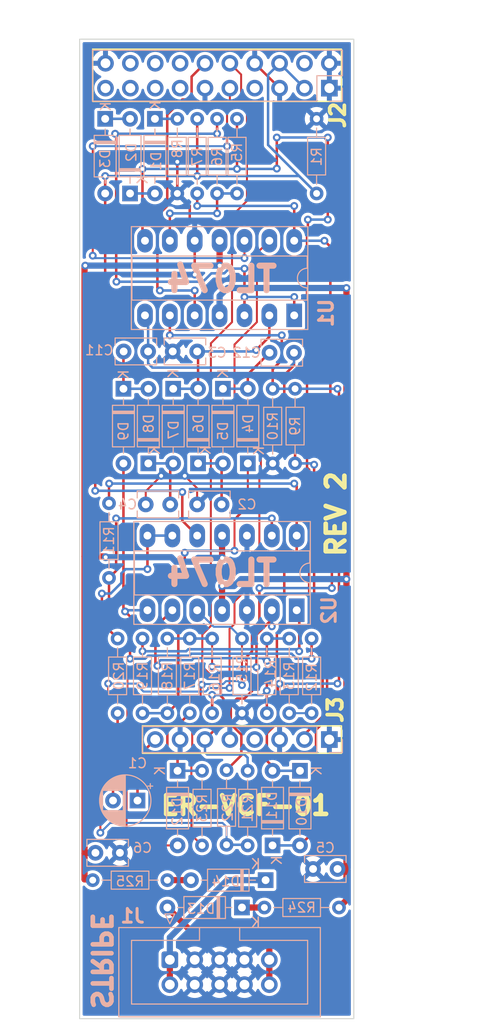
<source format=kicad_pcb>
(kicad_pcb (version 20211014) (generator pcbnew)
  (title_block (title "ER-VCF-01-DB") (date "2022-12-04") (rev "2"))
  (layers (0 "F.Cu" signal) (31 "B.Cu" signal) (34 "B.Paste" user) (35 "F.Paste" user) (36 "B.SilkS" user "B.Silkscreen") (37 "F.SilkS" user "F.Silkscreen") (38 "B.Mask" user) (39 "F.Mask" user) (44 "Edge.Cuts" user))
  (net 0 "")
  (net 1 "/J1-T")
  (net 2 "Net-(C1-Pad2)")
  (net 3 "Net-(C2-Pad1)")
  (net 4 "GND")
  (net 5 "Net-(C3-Pad1)")
  (net 6 "Net-(C4-Pad1)")
  (net 7 "Net-(C11-Pad1)")
  (net 8 "Net-(C11-Pad2)")
  (net 9 "Net-(C12-Pad2)")
  (net 10 "Net-(D1-Pad1)")
  (net 11 "Net-(D1-Pad2)")
  (net 12 "Net-(D2-Pad2)")
  (net 13 "/CV")
  (net 14 "Net-(D4-Pad1)")
  (net 15 "Net-(D9-Pad2)")
  (net 16 "Net-(D10-Pad1)")
  (net 17 "Net-(D12-Pad2)")
  (net 18 "-12V")
  (net 19 "+12V")
  (net 20 "Net-(R6-Pad2)")
  (net 21 "/POT6-3")
  (net 22 "Net-(D13-Pad1)")
  (net 23 "/POT4-2")
  (net 24 "/POT2-2")
  (net 25 "/POT5-2")
  (net 26 "/POT5-3")
  (net 27 "Net-(D13-Pad2)")
  (net 28 "Net-(D14-Pad1)")
  (net 34 "/J4-T")
  (net 36 "/AUDIO")
  (net 37 "Net-(R5-Pad1)")
  (net 38 "Net-(R11-Pad1)")
  (net 39 "Net-(R12-Pad2)")
  (net 40 "Net-(R13-Pad1)")
  (net 41 "Net-(R19-Pad1)")
  (net 42 "Net-(R22-Pad2)")
  (net 43 "Net-(R16-Pad2)")
  (net 44 "Net-(R21-Pad2)")
  (net 45 "Net-(R15-Pad2)")
  (net 46 "Net-(D14-Pad2)")
  (net 47 "/J2-T")
  (net 48 "/J3-T")
  (net 49 "/POT4-3")
  (footprint "Resistor_THT:R_Axial_DIN0204_L3.6mm_D1.6mm_P7.62mm_Horizontal" (layer "B.Cu") (at 57.404 93.19 -90)
    (fp_text reference "R13")
    (fp_text value "33K")
  )
  (footprint "Connector_IDC:IDC-Header_2x05_P2.54mm_Vertical" (layer "B.Cu") (at 45.212 125.984 -90)
    (fp_text reference "J1")
    (fp_text value "ER-PWR-2X5")
  )
  (footprint "Resistor_THT:R_Axial_DIN0204_L3.6mm_D1.6mm_P7.62mm_Horizontal" (layer "B.Cu") (at 59.69 93.19 -90)
    (fp_text reference "R12")
    (fp_text value "2.2K")
  )
  (footprint "Capacitor_THT:C_Rect_L4.0mm_W2.5mm_P2.50mm" (layer "B.Cu") (at 42.993996 63.880009 180)
    (fp_text reference "C11")
    (fp_text value "1nF")
  )
  (footprint "Resistor_THT:R_Axial_DIN0204_L3.6mm_D1.6mm_P7.62mm_Horizontal" (layer "B.Cu") (at 52.578 100.81 90)
    (fp_text reference "R15")
    (fp_text value "33K")
  )
  (footprint "Connector_PinHeader_2.54mm:PinHeader_2x10_P2.54mm_Vertical" (layer "B.Cu") (at 61.500004 37.000002 90)
    (fp_text reference "J2")
    (fp_text value "PROTO01_POTS")
  )
  (footprint "Diode_THT:D_DO-35_SOD27_P7.62mm_Horizontal" (layer "B.Cu") (at 43.688 40.132 -90)
    (fp_text reference "D1")
    (fp_text value "1N4148")
  )
  (footprint "Capacitor_THT:C_Rect_L4.0mm_W2.5mm_P2.50mm" (layer "B.Cu") (at 40.112 115.062 180)
    (fp_text reference "C6")
    (fp_text value "0.1uF")
  )
  (footprint "Resistor_THT:R_Axial_DIN0204_L3.6mm_D1.6mm_P7.62mm_Horizontal" (layer "B.Cu") (at 39 87 90)
    (fp_text reference "R11")
    (fp_text value "1K")
  )
  (footprint "Capacitor_THT:C_Rect_L4.0mm_W2.5mm_P2.50mm" (layer "B.Cu") (at 62.337 116.713 180)
    (fp_text reference "C5")
    (fp_text value "0.1uF")
  )
  (footprint "Resistor_THT:R_Axial_DIN0204_L3.6mm_D1.6mm_P7.62mm_Horizontal" (layer "B.Cu") (at 53.158 106.69 -90)
    (fp_text reference "R21")
    (fp_text value "100K")
  )
  (footprint "Resistor_THT:R_Axial_DIN0204_L3.6mm_D1.6mm_P7.62mm_Horizontal" (layer "B.Cu") (at 60.198 40.132 -90)
    (fp_text reference "R1")
    (fp_text value "10K")
  )
  (footprint "Diode_THT:D_DO-35_SOD27_P7.62mm_Horizontal" (layer "B.Cu") (at 38.608 40.132 -90)
    (fp_text reference "D3")
    (fp_text value "1N4148")
  )
  (footprint "Diode_THT:D_DO-35_SOD27_P7.62mm_Horizontal" (layer "B.Cu") (at 54.991 117.856 180)
    (fp_text reference "D14")
    (fp_text value "1N5718")
  )
  (footprint "Diode_THT:D_DO-35_SOD27_P7.62mm_Horizontal" (layer "B.Cu") (at 40.474 67.69 -90)
    (fp_text reference "D9")
    (fp_text value "1N4148")
  )
  (footprint "Diode_THT:D_DO-35_SOD27_P7.62mm_Horizontal" (layer "B.Cu") (at 45.554 67.69 -90)
    (fp_text reference "D7")
    (fp_text value "1N4148")
  )
  (footprint "Resistor_THT:R_Axial_DIN0204_L3.6mm_D1.6mm_P7.62mm_Horizontal" (layer "B.Cu") (at 52.07 47.752 90)
    (fp_text reference "R5")
    (fp_text value "47K")
  )
  (footprint "Resistor_THT:R_Axial_DIN0204_L3.6mm_D1.6mm_P7.62mm_Horizontal" (layer "B.Cu") (at 51 114.244 90)
    (fp_text reference "R22")
    (fp_text value "100K")
  )
  (footprint "Capacitor_THT:C_Rect_L4.0mm_W2.5mm_P2.50mm" (layer "B.Cu") (at 57.89201 64.008 180)
    (fp_text reference "C12")
    (fp_text value "1nF")
  )
  (footprint "Resistor_THT:R_Axial_DIN0204_L3.6mm_D1.6mm_P7.62mm_Horizontal" (layer "B.Cu") (at 55.118 100.81 90)
    (fp_text reference "R14")
    (fp_text value "33K")
  )
  (footprint "Diode_THT:D_DO-35_SOD27_P7.62mm_Horizontal" (layer "B.Cu") (at 58.5 106.69 -90)
    (fp_text reference "D10")
    (fp_text value "1N4148")
  )
  (footprint "Resistor_THT:R_Axial_DIN0204_L3.6mm_D1.6mm_P7.62mm_Horizontal" (layer "B.Cu") (at 44.958 93.19 -90)
    (fp_text reference "R18")
    (fp_text value "33K")
  )
  (footprint "Diode_THT:D_DO-35_SOD27_P7.62mm_Horizontal" (layer "B.Cu") (at 43.014 75.31 90)
    (fp_text reference "D8")
    (fp_text value "1N4148")
  )
  (footprint "Diode_THT:D_DO-35_SOD27_P7.62mm_Horizontal" (layer "B.Cu") (at 55.698 114.31 90)
    (fp_text reference "D11")
    (fp_text value "1N4148")
  )
  (footprint "Resistor_THT:R_Axial_DIN0204_L3.6mm_D1.6mm_P7.62mm_Horizontal" (layer "B.Cu") (at 50.038 47.752 90)
    (fp_text reference "R6")
    (fp_text value "1K")
  )
  (footprint "Capacitor_THT:C_Rect_L4.0mm_W2.5mm_P2.50mm" (layer "B.Cu") (at 50.500001 79.499993 180)
    (fp_text reference "C4")
    (fp_text value "1nF")
  )
  (footprint "Resistor_THT:R_Axial_DIN0204_L3.6mm_D1.6mm_P7.62mm_Horizontal" (layer "B.Cu") (at 48.006 47.752 90)
    (fp_text reference "R7")
    (fp_text value "100K")
  )
  (footprint "Capacitor_THT:C_Rect_L4.0mm_W2.5mm_P2.50mm" (layer "B.Cu") (at 48.006 63.880009 180)
    (fp_text reference "C3")
    (fp_text value "1nF")
  )
  (footprint "Diode_THT:D_DO-35_SOD27_P7.62mm_Horizontal" (layer "B.Cu") (at 52.578 120.65 180)
    (fp_text reference "D13")
    (fp_text value "1N5718")
  )
  (footprint "Capacitor_THT:CP_Radial_D5.0mm_P2.50mm" (layer "B.Cu") (at 41.91 109.728 180)
    (fp_text reference "C1")
    (fp_text value "1uF")
  )
  (footprint "Resistor_THT:R_Axial_DIN0204_L3.6mm_D1.6mm_P7.62mm_Horizontal" (layer "B.Cu") (at 42.418 93.19 -90)
    (fp_text reference "R19")
    (fp_text value "2.2K")
  )
  (footprint "Resistor_THT:R_Axial_DIN0204_L3.6mm_D1.6mm_P7.62mm_Horizontal" (layer "B.Cu") (at 49.53 100.81 90)
    (fp_text reference "R16")
    (fp_text value "33K")
  )
  (footprint "Diode_THT:D_DO-35_SOD27_P7.62mm_Horizontal" (layer "B.Cu") (at 50.634 67.69 -90)
    (fp_text reference "D5")
    (fp_text value "1N4148")
  )
  (footprint "Resistor_THT:R_Axial_DIN0204_L3.6mm_D1.6mm_P7.62mm_Horizontal" (layer "B.Cu") (at 54.864 120.65)
    (fp_text reference "R24")
    (fp_text value "10")
  )
  (footprint "Resistor_THT:R_Axial_DIN0204_L3.6mm_D1.6mm_P7.62mm_Horizontal" (layer "B.Cu") (at 58 75.31 90)
    (fp_text reference "R9")
    (fp_text value "10K")
  )
  (footprint "Resistor_THT:R_Axial_DIN0204_L3.6mm_D1.6mm_P7.62mm_Horizontal" (layer "B.Cu") (at 55.714 75.31 90)
    (fp_text reference "R10")
    (fp_text value "2.2K")
  )
  (footprint "Diode_THT:D_DO-35_SOD27_P7.62mm_Horizontal" (layer "B.Cu") (at 48.094 75.31 90)
    (fp_text reference "D6")
    (fp_text value "1N4148")
  )
  (footprint "Package_DIP:DIP-14_W7.62mm_Socket_LongPads" (layer "B.Cu") (at 57.912 60.198 90)
    (fp_text reference "U1")
    (fp_text value "TL074")
  )
  (footprint "Resistor_THT:R_Axial_DIN0204_L3.6mm_D1.6mm_P7.62mm_Horizontal" (layer "B.Cu") (at 39.878 100.81 90)
    (fp_text reference "R20")
    (fp_text value "100K")
  )
  (footprint "Diode_THT:D_DO-35_SOD27_P7.62mm_Horizontal" (layer "B.Cu") (at 46 106.69 -90)
    (fp_text reference "D12")
    (fp_text value "1N4148")
  )
  (footprint "Resistor_THT:R_Axial_DIN0204_L3.6mm_D1.6mm_P7.62mm_Horizontal" (layer "B.Cu") (at 45.974 47.752 90)
    (fp_text reference "R8")
    (fp_text value "1K")
  )
  (footprint "Resistor_THT:R_Axial_DIN0204_L3.6mm_D1.6mm_P7.62mm_Horizontal" (layer "B.Cu") (at 44.958 117.856 180)
    (fp_text reference "R25")
    (fp_text value "10")
  )
  (footprint "Capacitor_THT:C_Rect_L4.0mm_W2.5mm_P2.50mm" (layer "B.Cu") (at 45.249998 79.499993 180)
    (fp_text reference "C2")
    (fp_text value "1nF")
  )
  (footprint "Resistor_THT:R_Axial_DIN0204_L3.6mm_D1.6mm_P7.62mm_Horizontal" (layer "B.Cu") (at 48.5 106.69 -90)
    (fp_text reference "R23")
    (fp_text value "33K")
  )
  (footprint "Diode_THT:D_DO-35_SOD27_P7.62mm_Horizontal" (layer "B.Cu") (at 53.174 75.31 90)
    (fp_text reference "D4")
    (fp_text value "1N4148")
  )
  (footprint "Diode_THT:D_DO-35_SOD27_P7.62mm_Horizontal" (layer "B.Cu") (at 41.148 47.752 90)
    (fp_text reference "D2")
    (fp_text value "1N4148")
  )
  (footprint "Connector_PinHeader_2.54mm:PinHeader_1x08_P2.54mm_Vertical" (layer "B.Cu") (at 61.500004 103.499996 90)
    (fp_text reference "J3")
    (fp_text value "PROTO01_JACKS")
  )
  (footprint "Resistor_THT:R_Axial_DIN0204_L3.6mm_D1.6mm_P7.62mm_Horizontal" (layer "B.Cu") (at 47.244 100.81 90)
    (fp_text reference "R17")
    (fp_text value "33K")
  )
  (footprint "Package_DIP:DIP-14_W7.62mm_Socket_LongPads" (layer "B.Cu") (at 58.166 90.299997 90)
    (fp_text reference "U2")
    (fp_text value "TL074")
  )
  (gr_rect (start 37.338 33.02) (end 62.738 38.354) (layer "F.SilkS") (width 0.15) (fill none))
  (gr_rect (start 42.418 102.108) (end 62.738 104.902) (layer "F.SilkS") (width 0.15) (fill none))
  (gr_rect (start 36 32) (end 64 132) (layer "Edge.Cuts") (width 0.1) (fill none))
  (gr_text "TL074" (at 50.500001 56.499989) (layer "B.SilkS") (effects (font (size 2.5 2.5) (thickness 0.625)) (justify mirror)))
  (gr_text "TL074" (at 50.5 86.5) (layer "B.SilkS") (effects (font (size 2.5 2.5) (thickness 0.625)) (justify mirror)))
  (gr_text "STRIPE" (at 38.2016 126.0856 270) (layer "B.SilkS") (effects (font (size 1.905 1.905) (thickness 0.47625)) (justify mirror)))
  (gr_text "REV 2" (at 62.1792 80.4672 90) (layer "F.SilkS") (effects (font (size 1.905 1.905) (thickness 0.47625))))
  (gr_text "ER-VCF-01" (at 52.959 110.236) (layer "F.SilkS") (effects (font (size 1.905 1.905) (thickness 0.47625))))
  (segment (start 41.91 105.31) (end 41.91 109.728) (width 0.254) (layer "F.Cu") (net 1))
  (segment (start 43.72 103.5) (end 41.91 105.31) (width 0.254) (layer "F.Cu") (net 1))
  (segment (start 39.41 103.846) (end 39.878 103.378) (width 0.254) (layer "F.Cu") (net 2))
  (segment (start 39.41 109.728) (end 39.41 103.846) (width 0.254) (layer "F.Cu") (net 2))
  (segment (start 39.878 103.378) (end 39.878 100.81) (width 0.254) (layer "F.Cu") (net 2))
  (segment (start 45.249998 79.499993) (end 45.249998 75.614002) (width 0.254) (layer "F.Cu") (net 3))
  (segment (start 43.014 75.31) (end 45.554 75.31) (width 0.254) (layer "B.Cu") (net 3))
  (segment (start 42.749998 79.499993) (end 42.749998 78.154002) (width 0.2032) (layer "F.Cu") (net 4))
  (segment (start 47.752 52.578) (end 47.752 56.035) (width 0.254) (layer "F.Cu") (net 4))
  (segment (start 47.244 49.022) (end 47.244 50.292) (width 0.254) (layer "F.Cu") (net 4))
  (segment (start 42.749998 78.154002) (end 44.323 76.581) (width 0.2032) (layer "F.Cu") (net 4))
  (segment (start 45.974 47.752) (end 45.974 44.521) (width 0.254) (layer "F.Cu") (net 4))
  (segment (start 46.736 76.581) (end 48.000001 77.845001) (width 0.2032) (layer "F.Cu") (net 4))
  (segment (start 48.000001 77.845001) (end 48.000001 79.499993) (width 0.2032) (layer "F.Cu") (net 4))
  (segment (start 45.974 47.752) (end 47.244 49.022) (width 0.254) (layer "F.Cu") (net 4))
  (segment (start 53.880004 34.460002) (end 56.420004 37.000002) (width 0.254) (layer "F.Cu") (net 4))
  (segment (start 47.752 50.8) (end 47.244 50.292) (width 0.254) (layer "F.Cu") (net 4))
  (segment (start 47.752 52.578) (end 47.752 50.8) (width 0.254) (layer "F.Cu") (net 4))
  (via (at 45.974 44.521) (size 0.8) (drill 0.4) (layers "F.Cu" "B.Cu") (net 4))
  (via (at 44.323 76.581) (size 0.8) (drill 0.4) (layers "F.Cu" "B.Cu") (net 4))
  (via (at 46.736 76.581) (size 0.8) (drill 0.4) (layers "F.Cu" "B.Cu") (net 4))
  (via (at 47.752 56.035) (size 0.8) (drill 0.4) (layers "F.Cu" "B.Cu") (net 4))
  (segment (start 44.323 76.581) (end 46.736 76.581) (width 0.2032) (layer "B.Cu") (net 4))
  (segment (start 55.372 62.384504) (end 55.372 60.198) (width 0.254) (layer "F.Cu") (net 5))
  (segment (start 48.094 67.69) (end 48.094 63.968009) (width 0.254) (layer "F.Cu") (net 5))
  (segment (start 54.018872 63.737632) (end 55.372 62.384504) (width 0.254) (layer "F.Cu") (net 5))
  (via (at 54.018872 63.737632) (size 0.8) (drill 0.4) (layers "F.Cu" "B.Cu") (net 5))
  (segment (start 53.876495 63.880009) (end 54.018872 63.737632) (width 0.254) (layer "B.Cu") (net 5))
  (segment (start 45.554 67.69) (end 48.094 67.69) (width 0.254) (layer "B.Cu") (net 5))
  (segment (start 48.006 63.880009) (end 53.876495 63.880009) (width 0.254) (layer "B.Cu") (net 5))
  (segment (start 50.500001 79.499993) (end 50.500001 75.443999) (width 0.254) (layer "F.Cu") (net 6))
  (segment (start 50.634 75.31) (end 48.094 75.31) (width 0.254) (layer "B.Cu") (net 6))
  (segment (start 56.896 66.294) (end 57.89201 65.29799) (width 0.254) (layer "F.Cu") (net 7))
  (segment (start 58 73.24) (end 56.896 72.136) (width 0.254) (layer "F.Cu") (net 7))
  (segment (start 59.944 75.438) (end 59.944 90.805) (width 0.254) (layer "F.Cu") (net 7))
  (segment (start 61.26848 101.378498) (end 60.136511 102.510467) (width 0.254) (layer "F.Cu") (net 7))
  (segment (start 60.136511 102.510467) (end 60.136511 112.673489) (width 0.254) (layer "F.Cu") (net 7))
  (segment (start 60.136511 112.673489) (end 58.5 114.31) (width 0.254) (layer "F.Cu") (net 7))
  (segment (start 59.944 90.805) (end 61.26848 92.12948) (width 0.254) (layer "F.Cu") (net 7))
  (segment (start 58 75.31) (end 58 73.24) (width 0.254) (layer "F.Cu") (net 7))
  (segment (start 57.89201 65.29799) (end 57.89201 64.008) (width 0.254) (layer "F.Cu") (net 7))
  (segment (start 61.26848 92.12948) (end 61.26848 101.378498) (width 0.254) (layer "F.Cu") (net 7))
  (segment (start 56.896 72.136) (end 56.896 66.294) (width 0.254) (layer "F.Cu") (net 7))
  (via (at 59.944 75.438) (size 0.8) (drill 0.4) (layers "F.Cu" "B.Cu") (net 7))
  (segment (start 55.698 114.31) (end 58.5 114.31) (width 0.254) (layer "B.Cu") (net 7))
  (segment (start 58 75.31) (end 59.816 75.31) (width 0.254) (layer "B.Cu") (net 7))
  (segment (start 42.993996 65.091996) (end 43.434 65.532) (width 0.254) (layer "B.Cu") (net 7))
  (segment (start 43.434 65.532) (end 57.404 65.532) (width 0.254) (layer "B.Cu") (net 7))
  (segment (start 42.993996 63.880009) (end 42.993996 60.519996) (width 0.254) (layer "B.Cu") (net 7))
  (segment (start 57.89201 64.008) (end 57.89201 65.04399) (width 0.254) (layer "B.Cu") (net 7))
  (segment (start 42.993996 63.880009) (end 42.993996 65.091996) (width 0.254) (layer "B.Cu") (net 7))
  (segment (start 59.816 75.31) (end 59.944 75.438) (width 0.254) (layer "B.Cu") (net 7))
  (segment (start 57.89201 65.04399) (end 57.404 65.532) (width 0.254) (layer "B.Cu") (net 7))
  (segment (start 40.474 67.69) (end 40.474 63.900005) (width 0.254) (layer "F.Cu") (net 8))
  (segment (start 40.474 67.69) (end 43.014 67.69) (width 0.254) (layer "B.Cu") (net 8))
  (segment (start 53.174 66.22601) (end 55.39201 64.008) (width 0.254) (layer "F.Cu") (net 9))
  (segment (start 53.174 67.69) (end 53.174 66.22601) (width 0.254) (layer "F.Cu") (net 9))
  (segment (start 50.634 67.69) (end 53.174 67.69) (width 0.254) (layer "B.Cu") (net 9))
  (segment (start 43.688 40.132) (end 45.974 40.132) (width 0.254) (layer "B.Cu") (net 10))
  (segment (start 41.148 47.752) (end 43.688 47.752) (width 0.254) (layer "B.Cu") (net 11))
  (segment (start 38.608 40.132) (end 41.148 40.132) (width 0.254) (layer "B.Cu") (net 12))
  (segment (start 44.958 104.3432) (end 46 105.3852) (width 0.254) (layer "F.Cu") (net 13))
  (segment (start 46 105.3852) (end 46 106.69) (width 0.254) (layer "F.Cu") (net 13))
  (segment (start 44.958 102.616) (end 44.958 104.3432) (width 0.254) (layer "F.Cu") (net 13))
  (segment (start 45.96 102.094) (end 45.48 102.094) (width 0.254) (layer "F.Cu") (net 13))
  (segment (start 45.48 102.094) (end 44.958 102.616) (width 0.254) (layer "F.Cu") (net 13))
  (segment (start 47.244 100.81) (end 45.96 102.094) (width 0.254) (layer "F.Cu") (net 13))
  (segment (start 46 106.69) (end 48.5 106.69) (width 0.254) (layer "B.Cu") (net 13))
  (segment (start 46.736 91.672978) (end 46.0756 92.333378) (width 0.254) (layer "F.Cu") (net 14))
  (segment (start 52.451 80.391) (end 53.086 79.756) (width 0.254) (layer "F.Cu") (net 14))
  (segment (start 53.174 79.668) (end 52.451 80.391) (width 0.2032) (layer "F.Cu") (net 14))
  (segment (start 46.0756 99.6924) (end 44.958 100.81) (width 0.254) (layer "F.Cu") (net 14))
  (segment (start 53.174 75.31) (end 53.174 79.668) (width 0.2032) (layer "F.Cu") (net 14))
  (segment (start 52.0954 80.7466) (end 52.451 80.391) (width 0.254) (layer "F.Cu") (net 14))
  (segment (start 51.816 81.026) (end 52.0954 80.7466) (width 0.2032) (layer "F.Cu") (net 14))
  (segment (start 46.0756 92.333378) (end 46.0756 99.6924) (width 0.254) (layer "F.Cu") (net 14))
  (segment (start 51.816 84.2264) (end 51.816 81.026) (width 0.2032) (layer "F.Cu") (net 14))
  (segment (start 46.736 84.427) (end 46.736 91.672978) (width 0.254) (layer "F.Cu") (net 14))
  (via (at 46.736 84.427) (size 0.8) (drill 0.4) (layers "F.Cu" "B.Cu") (net 14))
  (via (at 51.816 84.2264) (size 0.8) (drill 0.4) (layers "F.Cu" "B.Cu") (net 14))
  (segment (start 42.418 100.81) (end 44.958 100.81) (width 0.254) (layer "B.Cu") (net 14))
  (segment (start 51.816 84.2264) (end 46.9366 84.2264) (width 0.2032) (layer "B.Cu") (net 14))
  (segment (start 51.4604 84.2264) (end 46.9366 84.2264) (width 0.254) (layer "B.Cu") (net 14))
  (segment (start 46.9366 84.2264) (end 46.736 84.427) (width 0.2032) (layer "B.Cu") (net 14))
  (segment (start 41.148 90.932) (end 41.148 95.25) (width 0.254) (layer "F.Cu") (net 15))
  (segment (start 40.474 90.258) (end 40.64 90.424) (width 0.254) (layer "F.Cu") (net 15))
  (segment (start 40.64 90.424) (end 41.148 90.932) (width 0.254) (layer "F.Cu") (net 15))
  (segment (start 59.69 93.19) (end 59.69 95.25) (width 0.254) (layer "F.Cu") (net 15))
  (segment (start 40.474 75.31) (end 40.474 90.258) (width 0.254) (layer "F.Cu") (net 15))
  (via (at 40.64 90.424) (size 0.8) (drill 0.4) (layers "F.Cu" "B.Cu") (net 15))
  (via (at 41.148 95.25) (size 0.8) (drill 0.4) (layers "F.Cu" "B.Cu") (net 15))
  (via (at 59.69 95.25) (size 0.8) (drill 0.4) (layers "F.Cu" "B.Cu") (net 15))
  (segment (start 42.991923 94.94152) (end 47.19688 94.94152) (width 0.254) (layer "B.Cu") (net 15))
  (segment (start 41.148 95.25) (end 42.683443 95.25) (width 0.254) (layer "B.Cu") (net 15))
  (segment (start 58.0644 95.159843) (end 58.0644 95.25) (width 0.254) (layer "B.Cu") (net 15))
  (segment (start 47.19688 94.94152) (end 47.40008 94.73832) (width 0.254) (layer "B.Cu") (net 15))
  (segment (start 47.40008 94.73832) (end 57.642877 94.73832) (width 0.254) (layer "B.Cu") (net 15))
  (segment (start 40.764003 90.299997) (end 40.64 90.424) (width 0.254) (layer "B.Cu") (net 15))
  (segment (start 42.683443 95.25) (end 42.991923 94.94152) (width 0.254) (layer "B.Cu") (net 15))
  (segment (start 40.769997 90.299997) (end 40.764003 90.299997) (width 0.254) (layer "B.Cu") (net 15))
  (segment (start 57.642877 94.73832) (end 58.0644 95.159843) (width 0.254) (layer "B.Cu") (net 15))
  (segment (start 58.0644 95.25) (end 59.69 95.25) (width 0.254) (layer "B.Cu") (net 15))
  (segment (start 42.926 90.299997) (end 40.769997 90.299997) (width 0.254) (layer "B.Cu") (net 15))
  (segment (start 62.484 97.635) (end 62.484 67.846) (width 0.254) (layer "F.Cu") (net 16))
  (segment (start 55.714 67.69) (end 55.714 65.698) (width 0.254) (layer "F.Cu") (net 16))
  (segment (start 56.642 62.23) (end 56.642 64.77) (width 0.254) (layer "F.Cu") (net 16))
  (segment (start 55.118 105.664) (end 55.118 102.87) (width 0.254) (layer "F.Cu") (net 16))
  (segment (start 55.698 106.244) (end 55.118 105.664) (width 0.254) (layer "F.Cu") (net 16))
  (segment (start 45.212 60.198) (end 45.212 62.23) (width 0.254) (layer "F.Cu") (net 16))
  (segment (start 62.484 67.846) (end 62.329 67.691) (width 0.254) (layer "F.Cu") (net 16))
  (segment (start 62.329 97.79) (end 62.484 97.635) (width 0.254) (layer "F.Cu") (net 16))
  (segment (start 56.2356 101.7524) (end 56.2356 97.97485) (width 0.254) (layer "F.Cu") (net 16))
  (segment (start 56.2356 97.97485) (end 56.404225 97.806225) (width 0.254) (layer "F.Cu") (net 16))
  (segment (start 55.714 65.698) (end 56.642 64.77) (width 0.254) (layer "F.Cu") (net 16))
  (segment (start 55.118 102.87) (end 56.2356 101.7524) (width 0.254) (layer "F.Cu") (net 16))
  (via (at 62.329 97.79) (size 0.8) (drill 0.4) (layers "F.Cu" "B.Cu") (net 16))
  (via (at 56.404225 97.806225) (size 0.8) (drill 0.4) (layers "F.Cu" "B.Cu") (net 16))
  (via (at 62.329 67.691) (size 0.8) (drill 0.4) (layers "F.Cu" "B.Cu") (net 16))
  (via (at 45.212 62.23) (size 0.8) (drill 0.4) (layers "F.Cu" "B.Cu") (net 16))
  (via (at 56.642 62.23) (size 0.8) (drill 0.4) (layers "F.Cu" "B.Cu") (net 16))
  (segment (start 62.328 67.69) (end 62.329 67.691) (width 0.254) (layer "B.Cu") (net 16))
  (segment (start 56.404225 97.806225) (end 59.165775 97.806225) (width 0.254) (layer "B.Cu") (net 16))
  (segment (start 59.182 97.79) (end 62.329 97.79) (width 0.254) (layer "B.Cu") (net 16))
  (segment (start 59.165775 97.806225) (end 59.182 97.79) (width 0.254) (layer "B.Cu") (net 16))
  (segment (start 55.714 67.69) (end 58 67.69) (width 0.254) (layer "B.Cu") (net 16))
  (segment (start 55.698 106.69) (end 58.5 106.69) (width 0.254) (layer "B.Cu") (net 16))
  (segment (start 45.212 62.23) (end 56.642 62.23) (width 0.254) (layer "B.Cu") (net 16))
  (segment (start 58 67.69) (end 62.328 67.69) (width 0.254) (layer "B.Cu") (net 16))
  (segment (start 41.8692 114.31) (end 46 114.31) (width 0.2032) (layer "F.Cu") (net 17))
  (segment (start 38.1508 93.6752) (end 40.879111 96.403511) (width 0.2032) (layer "F.Cu") (net 17))
  (segment (start 40.879111 96.403511) (end 40.879111 108.556667) (width 0.2032) (layer "F.Cu") (net 17))
  (segment (start 40.879111 108.556667) (end 40.7924 108.643378) (width 0.2032) (layer "F.Cu") (net 17))
  (segment (start 38.1508 90.5764) (end 38.1508 93.6752) (width 0.2032) (layer "F.Cu") (net 17))
  (segment (start 38.2735 88.5952) (end 38.2735 90.4537) (width 0.254) (layer "F.Cu") (net 17))
  (segment (start 40.7924 113.2332) (end 41.8692 114.31) (width 0.2032) (layer "F.Cu") (net 17))
  (segment (start 38.2016 90.17) (end 37.7698 89.7382) (width 0.2032) (layer "F.Cu") (net 17))
  (segment (start 40.7924 108.643378) (end 40.7924 113.2332) (width 0.2032) (layer "F.Cu") (net 17))
  (segment (start 37.779889 89.748289) (end 38.1508 90.1192) (width 0.254) (layer "F.Cu") (net 17))
  (segment (start 42.926 82.679997) (end 42.926 86.106) (width 0.254) (layer "F.Cu") (net 17))
  (segment (start 38.1508 90.1192) (end 38.2016 90.17) (width 0.2032) (layer "F.Cu") (net 17))
  (segment (start 38.2735 90.4537) (end 38.1508 90.5764) (width 0.254) (layer "F.Cu") (net 17))
  (segment (start 38.1508 90.1192) (end 38.1508 90.5764) (width 0.2032) (layer "F.Cu") (net 17))
  (via (at 38.2735 88.5952) (size 0.8) (drill 0.4) (layers "F.Cu" "B.Cu") (net 17))
  (via (at 42.926 86.106) (size 0.8) (drill 0.4) (layers "F.Cu" "B.Cu") (net 17))
  (segment (start 38.2735 88.5952) (end 39.1668 88.5952) (width 0.254) (layer "B.Cu") (net 17))
  (segment (start 40.259 86.5378) (end 40.259 87.503) (width 0.254) (layer "B.Cu") (net 17))
  (segment (start 40.6908 86.106) (end 40.259 86.5378) (width 0.254) (layer "B.Cu") (net 17))
  (segment (start 40.259 87.503) (end 39.1668 88.5952) (width 0.254) (layer "B.Cu") (net 17))
  (segment (start 42.926 82.679997) (end 45.466 82.679997) (width 0.254) (layer "B.Cu") (net 17))
  (segment (start 42.926 86.106) (end 40.6908 86.106) (width 0.254) (layer "B.Cu") (net 17))
  (segment (start 50.546 82.679997) (end 50.546 85.09) (width 0.635) (layer "F.Cu") (net 18))
  (segment (start 36.5 84.8108) (end 36.5 55.194) (width 0.635) (layer "F.Cu") (net 18))
  (segment (start 36.576 115.062) (end 36.5 115.138) (width 0.635) (layer "F.Cu") (net 18))
  (segment (start 36.5 117.78) (end 36.5 115.138) (width 0.635) (layer "F.Cu") (net 18))
  (segment (start 37.262 117.78) (end 36.5 117.78) (width 0.635) (layer "F.Cu") (net 18))
  (segment (start 37.612 115.062) (end 36.576 115.062) (width 0.635) (layer "F.Cu") (net 18))
  (segment (start 50.292 55.118) (end 50.292 52.578) (width 0.635) (layer "F.Cu") (net 18))
  (segment (start 38.5828 84.8108) (end 38.6588 84.8868) (width 0.635) (layer "F.Cu") (net 18))
  (segment (start 36.5 115.138) (end 36.5 84.8108) (width 0.635) (layer "F.Cu") (net 18))
  (segment (start 36.5 84.8108) (end 38.5828 84.8108) (width 0.635) (layer "F.Cu") (net 18))
  (segment (start 36.5 55.194) (end 36.576 55.118) (width 0.635) (layer "F.Cu") (net 18))
  (via (at 50.292 55.118) (size 0.8) (drill 0.4) (layers "F.Cu" "B.Cu") (net 18))
  (via (at 38.6588 84.8868) (size 0.8) (drill 0.4) (layers "F.Cu" "B.Cu") (net 18))
  (via (at 50.546 84.9529) (size 0.8) (drill 0.4) (layers "F.Cu" "B.Cu") (net 18))
  (via (at 36.576 55.118) (size 0.8) (drill 0.4) (layers "F.Cu" "B.Cu") (net 18))
  (segment (start 36.576 55.118) (end 50.292 55.118) (width 0.635) (layer "B.Cu") (net 18))
  (segment (start 45.8216 85.344) (end 47.7012 85.344) (width 0.635) (layer "B.Cu") (net 18))
  (segment (start 48.0923 84.9529) (end 47.7012 85.344) (width 0.635) (layer "B.Cu") (net 18))
  (segment (start 45.8216 85.344) (end 45.3644 84.8868) (width 0.635) (layer "B.Cu") (net 18))
  (segment (start 50.546 84.9529) (end 48.0923 84.9529) (width 0.635) (layer "B.Cu") (net 18))
  (segment (start 38.6588 84.8868) (end 45.3644 84.8868) (width 0.635) (layer "B.Cu") (net 18))
  (segment (start 63.246 119.888) (end 62.484 120.65) (width 0.635) (layer "F.Cu") (net 19))
  (segment (start 63.246 87.122) (end 63.246 116.84) (width 0.635) (layer "F.Cu") (net 19))
  (segment (start 50.546 87.8332) (end 50.546 90.299997) (width 0.635) (layer "F.Cu") (net 19))
  (segment (start 63.246 116.84) (end 63.246 119.888) (width 0.635) (layer "F.Cu") (net 19))
  (segment (start 63.246 116.84) (end 62.464 116.84) (width 0.635) (layer "F.Cu") (net 19))
  (segment (start 63.246 87.122) (end 63.246 57.404) (width 0.635) (layer "F.Cu") (net 19))
  (via (at 63.246 57.404) (size 0.8) (drill 0.4) (layers "F.Cu" "B.Cu") (net 19))
  (via (at 50.546 87.8332) (size 0.8) (drill 0.4) (layers "F.Cu" "B.Cu") (net 19))
  (via (at 63.246 87.122) (size 0.8) (drill 0.4) (layers "F.Cu" "B.Cu") (net 19))
  (segment (start 52.4764 87.122) (end 51.7652 87.8332) (width 0.635) (layer "B.Cu") (net 19))
  (segment (start 51.1048 57.404) (end 63.246 57.404) (width 0.635) (layer "B.Cu") (net 19))
  (segment (start 51.7652 87.8332) (end 50.546 87.8332) (width 0.635) (layer "B.Cu") (net 19))
  (segment (start 51.1048 57.404) (end 50.292 58.2168) (width 0.635) (layer "B.Cu") (net 19))
  (segment (start 63.246 87.122) (end 52.4764 87.122) (width 0.635) (layer "B.Cu") (net 19))
  (segment (start 50.292 58.2168) (end 50.292 60.198) (width 0.635) (layer "B.Cu") (net 19))
  (segment (start 52.832 58.321) (end 52.832 55.4228) (width 0.254) (layer "F.Cu") (net 20))
  (segment (start 57.912 58.321) (end 57.912 60.198) (width 0.254) (layer "F.Cu") (net 20))
  (segment (start 50.038 40.132) (end 50.038 41.656) (width 0.254) (layer "F.Cu") (net 20))
  (segment (start 39.734511 41.766511) (end 39.734511 56.737533) (width 0.254) (layer "F.Cu") (net 20))
  (segment (start 52.832 60.198) (end 52.832 58.321) (width 0.254) (layer "F.Cu") (net 20))
  (segment (start 39.624 41.656) (end 39.734511 41.766511) (width 0.254) (layer "F.Cu") (net 20))
  (segment (start 39.734511 56.737533) (end 39.758489 56.761511) (width 0.254) (layer "F.Cu") (net 20))
  (via (at 52.832 58.321) (size 0.8) (drill 0.4) (layers "F.Cu" "B.Cu") (net 20))
  (via (at 39.624 41.656) (size 0.8) (drill 0.4) (layers "F.Cu" "B.Cu") (net 20))
  (via (at 57.912 58.321) (size 0.8) (drill 0.4) (layers "F.Cu" "B.Cu") (net 20))
  (via (at 50.038 41.656) (size 0.8) (drill 0.4) (layers "F.Cu" "B.Cu") (net 20))
  (via (at 52.832 55.4228) (size 0.8) (drill 0.4) (layers "F.Cu" "B.Cu") (net 20))
  (via (at 39.758489 56.761511) (size 0.8) (drill 0.4) (layers "F.Cu" "B.Cu") (net 20))
  (segment (start 52.832 55.4228) (end 51.2572 55.4228) (width 0.254) (layer "B.Cu") (net 20))
  (segment (start 39.758489 56.761511) (end 48.597689 56.761511) (width 0.254) (layer "B.Cu") (net 20))
  (segment (start 52.832 58.321) (end 57.912 58.321) (width 0.254) (layer "B.Cu") (net 20))
  (segment (start 50.038 41.656) (end 39.624 41.656) (width 0.254) (layer "B.Cu") (net 20))
  (segment (start 50.7746 55.9054) (end 49.4538 55.9054) (width 0.254) (layer "B.Cu") (net 20))
  (segment (start 49.4538 55.9054) (end 48.597689 56.761511) (width 0.254) (layer "B.Cu") (net 20))
  (segment (start 51.2572 55.4228) (end 50.7746 55.9054) (width 0.254) (layer "B.Cu") (net 20))
  (segment (start 52.578 120.65) (end 54.864 120.65) (width 0.635) (layer "F.Cu") (net 22))
  (segment (start 38.608 45.974) (end 38.608 47.752) (width 0.254) (layer "F.Cu") (net 23))
  (segment (start 38.608 47.752) (end 38.608 75.819) (width 0.254) (layer "F.Cu") (net 23))
  (segment (start 46.482 78.232) (end 46.482 81.155997) (width 0.254) (layer "F.Cu") (net 23))
  (segment (start 37.592 76.835) (end 37.592 78.105) (width 0.254) (layer "F.Cu") (net 23))
  (segment (start 48.006 45.974) (end 48.006 40.132) (width 0.254) (layer "F.Cu") (net 23))
  (segment (start 38.608 75.819) (end 37.592 76.835) (width 0.254) (layer "F.Cu") (net 23))
  (segment (start 46.482 81.155997) (end 48.006 82.679997) (width 0.254) (layer "F.Cu") (net 23))
  (via (at 46.482 78.232) (size 0.8) (drill 0.4) (layers "F.Cu" "B.Cu") (net 23))
  (via (at 48.006 45.974) (size 0.8) (drill 0.4) (layers "F.Cu" "B.Cu") (net 23))
  (via (at 38.608 45.974) (size 0.8) (drill 0.4) (layers "F.Cu" "B.Cu") (net 23))
  (via (at 37.592 78.105) (size 0.8) (drill 0.4) (layers "F.Cu" "B.Cu") (net 23))
  (segment (start 48.006 45.974) (end 58.42 45.974) (width 0.254) (layer "B.Cu") (net 23))
  (segment (start 56.420004 34.460002) (end 58.960004 37.000002) (width 0.254) (layer "B.Cu") (net 23))
  (segment (start 55.243493 42.797493) (end 60.198 47.752) (width 0.254) (layer "B.Cu") (net 23))
  (segment (start 56.420004 34.460002) (end 55.243493 35.636513) (width 0.254) (layer "B.Cu") (net 23))
  (segment (start 55.243493 35.636513) (end 55.243493 42.797493) (width 0.254) (layer "B.Cu") (net 23))
  (segment (start 48.006 45.974) (end 38.608 45.974) (width 0.254) (layer "B.Cu") (net 23))
  (segment (start 46.355 78.105) (end 46.482 78.232) (width 0.254) (layer "B.Cu") (net 23))
  (segment (start 37.592 78.105) (end 46.355 78.105) (width 0.254) (layer "B.Cu") (net 23))
  (segment (start 51.054 42.926) (end 51.054 38.862) (width 0.2032) (layer "F.Cu") (net 24))
  (segment (start 51.340004 38.575996) (end 51.054 38.862) (width 0.2032) (layer "F.Cu") (net 24))
  (segment (start 51.340004 37.000002) (end 51.340004 38.575996) (width 0.2032) (layer "F.Cu") (net 24))
  (segment (start 37.338 54.102) (end 37.338 42.926) (width 0.2032) (layer "F.Cu") (net 24))
  (segment (start 52.832 52.578) (end 52.832 54.356) (width 0.2032) (layer "F.Cu") (net 24))
  (via (at 52.832 54.356) (size 0.8) (drill 0.4) (layers "F.Cu" "B.Cu") (net 24))
  (via (at 51.054 42.926) (size 0.8) (drill 0.4) (layers "F.Cu" "B.Cu") (net 24))
  (via (at 37.338 42.926) (size 0.8) (drill 0.4) (layers "F.Cu" "B.Cu") (net 24))
  (via (at 37.338 54.102) (size 0.8) (drill 0.4) (layers "F.Cu" "B.Cu") (net 24))
  (segment (start 37.338 42.926) (end 51.054 42.926) (width 0.2032) (layer "B.Cu") (net 24))
  (segment (start 52.832 54.356) (end 37.592 54.356) (width 0.2032) (layer "B.Cu") (net 24))
  (segment (start 37.592 54.356) (end 37.338 54.102) (width 0.2032) (layer "B.Cu") (net 24))
  (segment (start 44.947489 39.706804) (end 44.947489 49.021068) (width 0.254) (layer "F.Cu") (net 25))
  (segment (start 44.947489 49.021068) (end 43.942 50.026557) (width 0.254) (layer "F.Cu") (net 25))
  (segment (start 47.436515 38.161485) (end 46.492808 38.161485) (width 0.254) (layer "F.Cu") (net 25))
  (segment (start 48.800004 34.460002) (end 47.436515 35.823491) (width 0.254) (layer "F.Cu") (net 25))
  (segment (start 43.942 50.026557) (end 43.942 57.404) (width 0.254) (layer "F.Cu") (net 25))
  (segment (start 47.752 60.198) (end 47.752 57.658) (width 0.254) (layer "F.Cu") (net 25))
  (segment (start 46.492808 38.161485) (end 44.947489 39.706804) (width 0.254) (layer "F.Cu") (net 25))
  (segment (start 47.436515 35.823491) (end 47.436515 38.161485) (width 0.254) (layer "F.Cu") (net 25))
  (segment (start 43.942 57.404) (end 44.196 57.658) (width 0.254) (layer "F.Cu") (net 25))
  (via (at 47.752 57.658) (size 0.8) (drill 0.4) (layers "F.Cu" "B.Cu") (net 25))
  (via (at 44.196 57.658) (size 0.8) (drill 0.4) (layers "F.Cu" "B.Cu") (net 25))
  (segment (start 44.196 57.658) (end 47.752 57.658) (width 0.254) (layer "B.Cu") (net 25))
  (segment (start 47.498 123.19) (end 54.483 123.19) (width 0.635) (layer "F.Cu") (net 27))
  (segment (start 55.372 124.079) (end 55.372 125.984) (width 0.635) (layer "F.Cu") (net 27))
  (segment (start 54.483 123.19) (end 55.372 124.079) (width 0.635) (layer "F.Cu") (net 27))
  (segment (start 44.958 120.65) (end 47.498 123.19) (width 0.635) (layer "F.Cu") (net 27))
  (segment (start 55.372 128.5335) (end 55.372 125.9935) (width 0.635) (layer "F.Cu") (net 27))
  (segment (start 45.212 128.524) (end 45.212 125.984) (width 0.635) (layer "F.Cu") (net 28))
  (segment (start 45.212 123.698) (end 45.212 125.984) (width 0.635) (layer "B.Cu") (net 28))
  (segment (start 54.991 117.856) (end 51.054 117.856) (width 0.635) (layer "B.Cu") (net 28))
  (segment (start 51.054 117.856) (end 45.212 123.698) (width 0.635) (layer "B.Cu") (net 28))
  (segment (start 60.81696 101.131918) (end 58.960004 102.988874) (width 0.25) (layer "F.Cu") (net 34))
  (segment (start 59.309 51.636978) (end 59.219489 51.726489) (width 0.25) (layer "F.Cu") (net 34))
  (segment (start 42.418 52.324) (end 42.418 45.2475) (width 0.254) (layer "F.Cu") (net 34))
  (segment (start 59.219489 75.738103) (end 59.436 75.954614) (width 0.25) (layer "F.Cu") (net 34))
  (segment (start 61.341 42.037) (end 61.341 50.419) (width 0.25) (layer "F.Cu") (net 34))
  (segment (start 59.436 75.954614) (end 59.436 90.96408) (width 0.25) (layer "F.Cu") (net 34))
  (segment (start 52.07 40.132) (end 52.07 44.958) (width 0.254) (layer "F.Cu") (net 34))
  (segment (start 56.134 45.212) (end 56.134 42.037) (width 0.254) (layer "F.Cu") (net 34))
  (segment (start 59.219489 51.726489) (end 59.219489 75.738103) (width 0.25) (layer "F.Cu") (net 34))
  (segment (start 59.309 50.419) (end 59.309 51.636978) (width 0.25) (layer "F.Cu") (net 34))
  (segment (start 60.81696 92.34504) (end 60.81696 101.131918) (width 0.25) (layer "F.Cu") (net 34))
  (segment (start 59.436 90.96408) (end 60.81696 92.34504) (width 0.25) (layer "F.Cu") (net 34))
  (segment (start 52.07 44.958) (end 52.07 45.2475) (width 0.254) (layer "F.Cu") (net 34))
  (via (at 61.341 50.419) (size 0.8) (drill 0.4) (layers "F.Cu" "B.Cu") (net 34))
  (via (at 56.134 45.212) (size 0.8) (drill 0.4) (layers "F.Cu" "B.Cu") (net 34))
  (via (at 42.418 45.2475) (size 0.8) (drill 0.4) (layers "F.Cu" "B.Cu") (net 34))
  (via (at 56.134 42.037) (size 0.8) (drill 0.4) (layers "F.Cu" "B.Cu") (net 34))
  (via (at 52.07 45.2475) (size 0.8) (drill 0.4) (layers "F.Cu" "B.Cu") (net 34))
  (via (at 59.309 50.419) (size 0.8) (drill 0.4) (layers "F.Cu" "B.Cu") (net 34))
  (via (at 61.341 42.037) (size 0.8) (drill 0.4) (layers "F.Cu" "B.Cu") (net 34))
  (segment (start 52.07 45.2475) (end 56.0985 45.2475) (width 0.254) (layer "B.Cu") (net 34))
  (segment (start 61.341 50.419) (end 59.309 50.419) (width 0.25) (layer "B.Cu") (net 34))
  (segment (start 56.0985 45.2475) (end 56.134 45.212) (width 0.254) (layer "B.Cu") (net 34))
  (segment (start 56.134 42.037) (end 61.341 42.037) (width 0.25) (layer "B.Cu") (net 34))
  (segment (start 42.418 45.2475) (end 52.07 45.2475) (width 0.254) (layer "B.Cu") (net 34))
  (segment (start 58.166 84.836) (end 58.166 82.679997) (width 0.254) (layer "F.Cu") (net 36))
  (segment (start 55.118 97.282) (end 56.123489 96.276511) (width 0.254) (layer "F.Cu") (net 36))
  (segment (start 55.118 100.81) (end 55.118 98.9076) (width 0.254) (layer "F.Cu") (net 36))
  (segment (start 39 77.3828) (end 39.0144 77.3684) (width 0.254) (layer "F.Cu") (net 36))
  (segment (start 56.144511 96.276511) (end 56.144511 92.699489) (width 0.254) (layer "F.Cu") (net 36))
  (segment (start 56.896 86.106) (end 58.166 84.836) (width 0.254) (layer "F.Cu") (net 36))
  (segment (start 55.118 98.9076) (end 55.118 97.282) (width 0.254) (layer "F.Cu") (net 36))
  (segment (start 49.53 100.81) (end 49.53 98.9382) (width 0.254) (layer "F.Cu") (net 36))
  (segment (start 56.123489 96.276511) (end 56.144511 96.276511) (width 0.254) (layer "F.Cu") (net 36))
  (segment (start 58.166 77.6224) (end 57.912 77.3684) (width 0.254) (layer "F.Cu") (net 36))
  (segment (start 58.166 82.679997) (end 58.166 77.6224) (width 0.254) (layer "F.Cu") (net 36))
  (segment (start 56.144511 92.699489) (end 56.896 91.948) (width 0.254) (layer "F.Cu") (net 36))
  (segment (start 56.896 91.948) (end 56.896 86.106) (width 0.254) (layer "F.Cu") (net 36))
  (segment (start 39 79.38) (end 39 77.3828) (width 0.254) (layer "F.Cu") (net 36))
  (via (at 55.113722 98.5165) (size 0.8) (drill 0.4) (layers "F.Cu" "B.Cu") (net 36))
  (via (at 39.0144 77.3684) (size 0.8) (drill 0.4) (layers "F.Cu" "B.Cu") (net 36))
  (via (at 49.53 98.9382) (size 0.8) (drill 0.4) (layers "F.Cu" "B.Cu") (net 36))
  (via (at 57.912 77.3684) (size 0.8) (drill 0.4) (layers "F.Cu" "B.Cu") (net 36))
  (segment (start 49.53 98.9382) (end 49.555411 98.963611) (width 0.254) (layer "B.Cu") (net 36))
  (segment (start 54.666611 98.963611) (end 55.113722 98.5165) (width 0.254) (layer "B.Cu") (net 36))
  (segment (start 39.0144 77.3684) (end 57.912 77.3684) (width 0.254) (layer "B.Cu") (net 36))
  (segment (start 49.555411 98.963611) (end 54.666611 98.963611) (width 0.254) (layer "B.Cu") (net 36))
  (segment (start 45.212 52.578) (end 45.212 49.784) (width 0.254) (layer "F.Cu") (net 37))
  (segment (start 50.038 49.784) (end 50.038 47.752) (width 0.254) (layer "F.Cu") (net 37))
  (via (at 45.212 49.784) (size 0.8) (drill 0.4) (layers "F.Cu" "B.Cu") (net 37))
  (via (at 50.038 49.784) (size 0.8) (drill 0.4) (layers "F.Cu" "B.Cu") (net 37))
  (segment (start 45.212 49.784) (end 50.038 49.784) (width 0.254) (layer "B.Cu") (net 37))
  (segment (start 50.038 47.752) (end 52.07 47.752) (width 0.254) (layer "B.Cu") (net 37))
  (segment (start 55.626 82.679997) (end 55.626 80.9244) (width 0.254) (layer "F.Cu") (net 38))
  (segment (start 39 92.312) (end 39.878 93.19) (width 0.254) (layer "F.Cu") (net 38))
  (segment (start 39.7256 80.9244) (end 39.7256 86.2744) (width 0.254) (layer "F.Cu") (net 38))
  (segment (start 39.7256 86.2744) (end 39 87) (width 0.254) (layer "F.Cu") (net 38))
  (segment (start 39 87) (end 39 92.312) (width 0.254) (layer "F.Cu") (net 38))
  (via (at 39.7256 80.9244) (size 0.8) (drill 0.4) (layers "F.Cu" "B.Cu") (net 38))
  (via (at 55.626 80.9244) (size 0.8) (drill 0.4) (layers "F.Cu" "B.Cu") (net 38))
  (segment (start 55.626 80.9244) (end 39.7256 80.9244) (width 0.254) (layer "B.Cu") (net 38))
  (segment (start 57.404 100.81) (end 59.69 100.81) (width 0.2032) (layer "B.Cu") (net 39))
  (segment (start 43.7388 95.7733) (end 43.942 95.9765) (width 0.254) (layer "F.Cu") (net 40))
  (segment (start 45.466 90.299997) (end 43.7388 92.027197) (width 0.254) (layer "F.Cu") (net 40))
  (segment (start 55.118 95.46482) (end 55.118 93.19) (width 0.254) (layer "F.Cu") (net 40))
  (segment (start 43.7388 92.027197) (end 43.7388 95.7733) (width 0.254) (layer "F.Cu") (net 40))
  (via (at 43.942 95.9765) (size 0.8) (drill 0.4) (layers "F.Cu" "B.Cu") (net 40))
  (via (at 55.118 95.46482) (size 0.8) (drill 0.4) (layers "F.Cu" "B.Cu") (net 40))
  (segment (start 43.942 95.9765) (end 43.942 95.7072) (width 0.254) (layer "B.Cu") (net 40))
  (segment (start 47.65776 95.19184) (end 54.84502 95.19184) (width 0.254) (layer "B.Cu") (net 40))
  (segment (start 55.118 95.66802) (end 54.81962 95.36964) (width 0.2032) (layer "B.Cu") (net 40))
  (segment (start 55.118 93.19) (end 57.404 93.19) (width 0.254) (layer "B.Cu") (net 40))
  (segment (start 54.84502 95.19184) (end 55.118 95.46482) (width 0.254) (layer "B.Cu") (net 40))
  (segment (start 47.45456 95.39504) (end 47.65776 95.19184) (width 0.254) (layer "B.Cu") (net 40))
  (segment (start 44.25416 95.39504) (end 47.45456 95.39504) (width 0.254) (layer "B.Cu") (net 40))
  (segment (start 54.64182 95.19184) (end 55.118 95.66802) (width 0.254) (layer "B.Cu") (net 40))
  (segment (start 43.942 95.7072) (end 44.25416 95.39504) (width 0.254) (layer "B.Cu") (net 40))
  (segment (start 58.430511 94.477489) (end 58.42 94.488) (width 0.254) (layer "F.Cu") (net 41))
  (segment (start 58.430511 90.564508) (end 58.430511 94.477489) (width 0.254) (layer "F.Cu") (net 41))
  (segment (start 42.418 93.19) (end 42.418 94.488) (width 0.254) (layer "F.Cu") (net 41))
  (via (at 58.42 94.488) (size 0.8) (drill 0.4) (layers "F.Cu" "B.Cu") (net 41))
  (via (at 42.418 94.488) (size 0.8) (drill 0.4) (layers "F.Cu" "B.Cu") (net 41))
  (segment (start 58.2168 94.2848) (end 58.42 94.488) (width 0.254) (layer "B.Cu") (net 41))
  (segment (start 46.8884 94.488) (end 47.0916 94.2848) (width 0.254) (layer "B.Cu") (net 41))
  (segment (start 47.0916 94.2848) (end 58.2168 94.2848) (width 0.254) (layer "B.Cu") (net 41))
  (segment (start 42.418 94.488) (end 46.8884 94.488) (width 0.254) (layer "B.Cu") (net 41))
  (segment (start 53.0352 96.774) (end 53.0352 95.067822) (width 0.254) (layer "F.Cu") (net 42))
  (segment (start 53.604511 97.343311) (end 53.0352 96.774) (width 0.254) (layer "F.Cu") (net 42))
  (segment (start 51 106.624) (end 52.516515 105.107485) (width 0.254) (layer "F.Cu") (net 42))
  (segment (start 48.006 47.752) (end 48.006 49.022) (width 0.254) (layer "F.Cu") (net 42))
  (segment (start 61.602489 70.421489) (end 61.602489 53.184989) (width 0.254) (layer "F.Cu") (net 42))
  (segment (start 52.516515 105.107485) (end 52.516515 103.012668) (width 0.254) (layer "F.Cu") (net 42))
  (segment (start 53.604511 98.541489) (end 53.604511 97.343311) (width 0.254) (layer "F.Cu") (net 42))
  (segment (start 53.604511 94.498511) (end 53.604511 92.445489) (width 0.254) (layer "F.Cu") (net 42))
  (segment (start 51.435 99.949) (end 52.07 99.314) (width 0.254) (layer "F.Cu") (net 42))
  (segment (start 53.0352 95.067822) (end 53.604511 94.498511) (width 0.254) (layer "F.Cu") (net 42))
  (segment (start 52.07 99.314) (end 52.832 99.314) (width 0.254) (layer "F.Cu") (net 42))
  (segment (start 52.832 99.314) (end 53.604511 98.541489) (width 0.254) (layer "F.Cu") (net 42))
  (segment (start 53.604511 92.445489) (end 54.356 91.694) (width 0.254) (layer "F.Cu") (net 42))
  (segment (start 61.7575 70.5765) (end 61.602489 70.421489) (width 0.254) (layer "F.Cu") (net 42))
  (segment (start 57.911147 49.026267) (end 57.912 49.02712) (width 0.254) (layer "F.Cu") (net 42))
  (segment (start 54.356 91.694) (end 54.356 88.039) (width 0.254) (layer "F.Cu") (net 42))
  (segment (start 52.516515 103.012668) (end 51.435 101.931153) (width 0.254) (layer "F.Cu") (net 42))
  (segment (start 51.435 101.931153) (end 51.435 99.949) (width 0.254) (layer "F.Cu") (net 42))
  (segment (start 61.602489 53.184989) (end 60.9955 52.578) (width 0.254) (layer "F.Cu") (net 42))
  (segment (start 61.7575 88.039) (end 61.7575 70.5765) (width 0.254) (layer "F.Cu") (net 42))
  (segment (start 57.912 49.02712) (end 57.912 52.578) (width 0.254) (layer "F.Cu") (net 42))
  (via (at 54.356 88.039) (size 0.8) (drill 0.4) (layers "F.Cu" "B.Cu") (net 42))
  (via (at 48.006 49.022) (size 0.8) (drill 0.4) (layers "F.Cu" "B.Cu") (net 42))
  (via (at 61.7575 88.039) (size 0.8) (drill 0.4) (layers "F.Cu" "B.Cu") (net 42))
  (via (at 57.911147 49.026267) (size 0.8) (drill 0.4) (layers "F.Cu" "B.Cu") (net 42))
  (via (at 60.9955 52.578) (size 0.8) (drill 0.4) (layers "F.Cu" "B.Cu") (net 42))
  (segment (start 57.90688 49.022) (end 57.911147 49.026267) (width 0.254) (layer "B.Cu") (net 42))
  (segment (start 54.356 88.039) (end 61.7575 88.039) (width 0.254) (layer "B.Cu") (net 42))
  (segment (start 48.006 49.022) (end 57.90688 49.022) (width 0.254) (layer "B.Cu") (net 42))
  (segment (start 57.912 52.578) (end 60.9955 52.578) (width 0.254) (layer "B.Cu") (net 42))
  (segment (start 55.626 91.230293) (end 54.058031 92.798262) (width 0.254) (layer "F.Cu") (net 43))
  (segment (start 49.53 96.0628) (end 49.53 93.19) (width 0.2032) (layer "F.Cu") (net 43))
  (segment (start 54.058031 92.798262) (end 54.058031 96.44497) (width 0.254) (layer "F.Cu") (net 43))
  (via (at 49.53 96.0628) (size 0.8) (drill 0.4) (layers "F.Cu" "B.Cu") (net 43))
  (via (at 55.626 91.948) (size 0.8) (drill 0.4) (layers "F.Cu" "B.Cu") (net 43))
  (via (at 54.0512 96.1136) (size 0.8) (drill 0.4) (layers "F.Cu" "B.Cu") (net 43))
  (segment (start 49.53 96.0628) (end 54.0512 96.0628) (width 0.2032) (layer "B.Cu") (net 43))
  (segment (start 44.958 93.19) (end 47.244 93.19) (width 0.254) (layer "B.Cu") (net 43))
  (segment (start 55.626 91.948) (end 55.626 90.299997) (width 0.254) (layer "B.Cu") (net 43))
  (segment (start 47.244 93.19) (end 49.53 93.19) (width 0.254) (layer "B.Cu") (net 43))
  (segment (start 54.5084 76.4032) (end 54.5084 72.2376) (width 0.2032) (layer "F.Cu") (net 44))
  (segment (start 54.102 60.885218) (end 54.102 53.848) (width 0.2032) (layer "F.Cu") (net 44))
  (segment (start 53.594 85.598) (end 54.356 84.836) (width 0.2032) (layer "F.Cu") (net 44))
  (segment (start 51.816 63.171218) (end 54.102 60.885218) (width 0.2032) (layer "F.Cu") (net 44))
  (segment (start 51.308 92.202) (end 51.816 91.694) (width 0.2032) (layer "F.Cu") (net 44))
  (segment (start 54.102 53.848) (end 55.372 52.578) (width 0.2032) (layer "F.Cu") (net 44))
  (segment (start 51.816 69.5452) (end 51.816 63.171218) (width 0.2032) (layer "F.Cu") (net 44))
  (segment (start 54.356 84.836) (end 54.356 76.5556) (width 0.2032) (layer "F.Cu") (net 44))
  (segment (start 51.308 98.2371) (end 51.308 92.202) (width 0.2032) (layer "F.Cu") (net 44))
  (segment (start 51.816 91.694) (end 51.816 89.408) (width 0.2032) (layer "F.Cu") (net 44))
  (segment (start 54.356 76.5556) (end 54.5084 76.4032) (width 0.2032) (layer "F.Cu") (net 44))
  (segment (start 38.9128 99.553422) (end 38.118111 100.348111) (width 0.2032) (layer "F.Cu") (net 44))
  (segment (start 38.9128 97.79) (end 38.9128 99.553422) (width 0.2032) (layer "F.Cu") (net 44))
  (segment (start 38.118111 100.348111) (end 38.118111 113.011889) (width 0.2032) (layer "F.Cu") (net 44))
  (segment (start 53.594 87.63) (end 53.594 85.598) (width 0.2032) (layer "F.Cu") (net 44))
  (segment (start 51.816 89.408) (end 53.594 87.63) (width 0.2032) (layer "F.Cu") (net 44))
  (segment (start 54.5084 72.2376) (end 51.816 69.5452) (width 0.2032) (layer "F.Cu") (net 44))
  (via (at 38.118111 113.011889) (size 0.8) (drill 0.4) (layers "F.Cu" "B.Cu") (net 44))
  (via (at 51.308 98.2371) (size 0.8) (drill 0.4) (layers "F.Cu" "B.Cu") (net 44))
  (via (at 38.9128 97.79) (size 0.8) (drill 0.4) (layers "F.Cu" "B.Cu") (net 44))
  (segment (start 42.3063 98.2371) (end 42.3063 98.3895) (width 0.2032) (layer "B.Cu") (net 44))
  (segment (start 51 114.244) (end 53.092 114.244) (width 0.254) (layer "B.Cu") (net 44))
  (segment (start 50.5968 112.014) (end 39.116 112.014) (width 0.2032) (layer "B.Cu") (net 44))
  (segment (start 39.116 112.014) (end 38.118111 113.011889) (width 0.2032) (layer "B.Cu") (net 44))
  (segment (start 41.8592 97.79) (end 42.3063 98.2371) (width 0.2032) (layer "B.Cu") (net 44))
  (segment (start 42.3063 98.3895) (end 42.5196 98.6028) (width 0.2032) (layer "B.Cu") (net 44))
  (segment (start 49.1337 98.2371) (end 51.308 98.2371) (width 0.2032) (layer "B.Cu") (net 44))
  (segment (start 48.873878 98.6028) (end 49.1337 98.342978) (width 0.2032) (layer "B.Cu") (net 44))
  (segment (start 51 114.244) (end 51 112.4172) (width 0.2032) (layer "B.Cu") (net 44))
  (segment (start 42.5196 98.6028) (end 48.873878 98.6028) (width 0.2032) (layer "B.Cu") (net 44))
  (segment (start 49.1337 98.342978) (end 49.1337 98.2371) (width 0.2032) (layer "B.Cu") (net 44))
  (segment (start 51 112.4172) (end 50.5968 112.014) (width 0.2032) (layer "B.Cu") (net 44))
  (segment (start 38.9128 97.79) (end 41.8592 97.79) (width 0.2032) (layer "B.Cu") (net 44))
  (segment (start 48.3616 98.017686) (end 48.477586 97.9017) (width 0.2032) (layer "F.Cu") (net 45))
  (segment (start 48.5 114.31) (end 47.244 113.054) (width 0.2032) (layer "F.Cu") (net 45))
  (segment (start 47.498 102.616) (end 48.3616 101.7524) (width 0.2032) (layer "F.Cu") (net 45))
  (segment (start 47.244 113.054) (end 47.411111 112.886889) (width 0.2032) (layer "F.Cu") (net 45))
  (segment (start 52.578 97.9424) (end 52.578 93.19) (width 0.2032) (layer "F.Cu") (net 45))
  (segment (start 47.411111 105.577111) (end 47.498 105.490222) (width 0.2032) (layer "F.Cu") (net 45))
  (segment (start 47.498 105.490222) (end 47.498 102.616) (width 0.2032) (layer "F.Cu") (net 45))
  (segment (start 47.411111 112.886889) (end 47.411111 105.577111) (width 0.2032) (layer "F.Cu") (net 45))
  (segment (start 48.3616 101.7524) (end 48.3616 98.017686) (width 0.2032) (layer "F.Cu") (net 45))
  (via (at 52.578 97.9424) (size 0.8) (drill 0.4) (layers "F.Cu" "B.Cu") (net 45))
  (via (at 48.477586 97.9017) (size 0.8) (drill 0.4) (layers "F.Cu" "B.Cu") (net 45))
  (segment (start 48.544906 97.83438) (end 48.477586 97.9017) (width 0.2032) (layer "B.Cu") (net 45))
  (segment (start 50.9524 97.536) (end 52.1716 97.536) (width 0.2032) (layer "B.Cu") (net 45))
  (segment (start 48.544906 97.83438) (end 50.65402 97.83438) (width 0.2032) (layer "B.Cu") (net 45))
  (segment (start 52.578 93.19) (end 51.375598 91.987598) (width 0.2032) (layer "B.Cu") (net 45))
  (segment (start 50.65402 97.83438) (end 50.9524 97.536) (width 0.2032) (layer "B.Cu") (net 45))
  (segment (start 51.375598 91.987598) (end 49.693602 91.987598) (width 0.2032) (layer "B.Cu") (net 45))
  (segment (start 49.693602 91.987598) (end 48.006 90.299997) (width 0.2032) (layer "B.Cu") (net 45))
  (segment (start 52.1716 97.536) (end 52.578 97.9424) (width 0.2032) (layer "B.Cu") (net 45))
  (segment (start 44.958 117.856) (end 47.371 117.856) (width 0.635) (layer "F.Cu") (net 46))
  (segment (start 49.39889 65.40911) (end 49.39889 91.905324) (width 0.2032) (layer "F.Cu") (net 48))
  (segment (start 49.403 65.405) (end 49.39889 65.40911) (width 0.2032) (layer "F.Cu") (net 48))
  (segment (start 51.340004 34.460002) (end 52.491115 35.611113) (width 0.2032) (layer "F.Cu") (net 48))
  (segment (start 48.528889 96.053211) (end 49.630678 97.155) (width 0.2032) (layer "F.Cu") (net 48))
  (segment (start 50.673 99.314) (end 50.419 99.06) (width 0.25) (layer "F.Cu") (net 48))
  (segment (start 51.562 60.885218) (end 49.403 63.044218) (width 0.2032) (layer "F.Cu") (net 48))
  (segment (start 50.673 101.627) (end 50.673 99.314) (width 0.25) (layer "F.Cu") (net 48))
  (segment (start 53.086 38.354) (end 53.086 48.514) (width 0.2032) (layer "F.Cu") (net 48))
  (segment (start 50.14328 97.155) (end 50.165 97.13328) (width 0.2032) (layer "F.Cu") (net 48))
  (segment (start 50.419 99.06) (end 50.419 97.38728) (width 0.25) (layer "F.Cu") (net 48))
  (segment (start 51.562 50.038) (end 51.562 60.885218) (width 0.2032) (layer "F.Cu") (net 48))
  (segment (start 49.403 63.044218) (end 49.403 65.405) (width 0.2032) (layer "F.Cu") (net 48))
  (segment (start 48.528889 92.775325) (end 48.528889 96.053211) (width 0.2032) (layer "F.Cu") (net 48))
  (segment (start 52.491115 35.611113) (end 52.491115 37.759115) (width 0.2032) (layer "F.Cu") (net 48))
  (segment (start 48.800004 103.499996) (end 50.673 101.627) (width 0.25) (layer "F.Cu") (net 48))
  (segment (start 53.086 48.514) (end 51.562 50.038) (width 0.2032) (layer "F.Cu") (net 48))
  (segment (start 50.419 97.38728) (end 50.165 97.13328) (width 0.25) (layer "F.Cu") (net 48))
  (segment (start 49.630678 97.155) (end 50.14328 97.155) (width 0.2032) (layer "F.Cu") (net 48))
  (segment (start 49.39889 91.905324) (end 48.528889 92.775325) (width 0.2032) (layer "F.Cu") (net 48))
  (segment (start 52.491115 37.759115) (end 53.086 38.354) (width 0.2032) (layer "F.Cu") (net 48))
  (segment (start 53.158 106.69) (end 53.158 105.355) (width 0.25) (layer "B.Cu") (net 48))
  (segment (start 48.800004 104.807004) (end 48.800004 103.499996) (width 0.25) (layer "B.Cu") (net 48))
  (segment (start 53.158 105.355) (end 52.832 105.029) (width 0.25) (layer "B.Cu") (net 48))
  (segment (start 49.022 105.029) (end 48.800004 104.807004) (width 0.25) (layer "B.Cu") (net 48))
  (segment (start 52.832 105.029) (end 49.022 105.029) (width 0.25) (layer "B.Cu") (net 48))
  (zone (net 4) (net_name "GND") (layer "B.Cu") (connect_pads (clearance 0.3048)) (min_thickness 0.254) (fill yes (thermal_gap 0.508) (thermal_bridge_width 0.508))
    (polygon (pts (xy 64 132) (xy 36 132) (xy 36 32) (xy 64 32)))
  )
)
</source>
